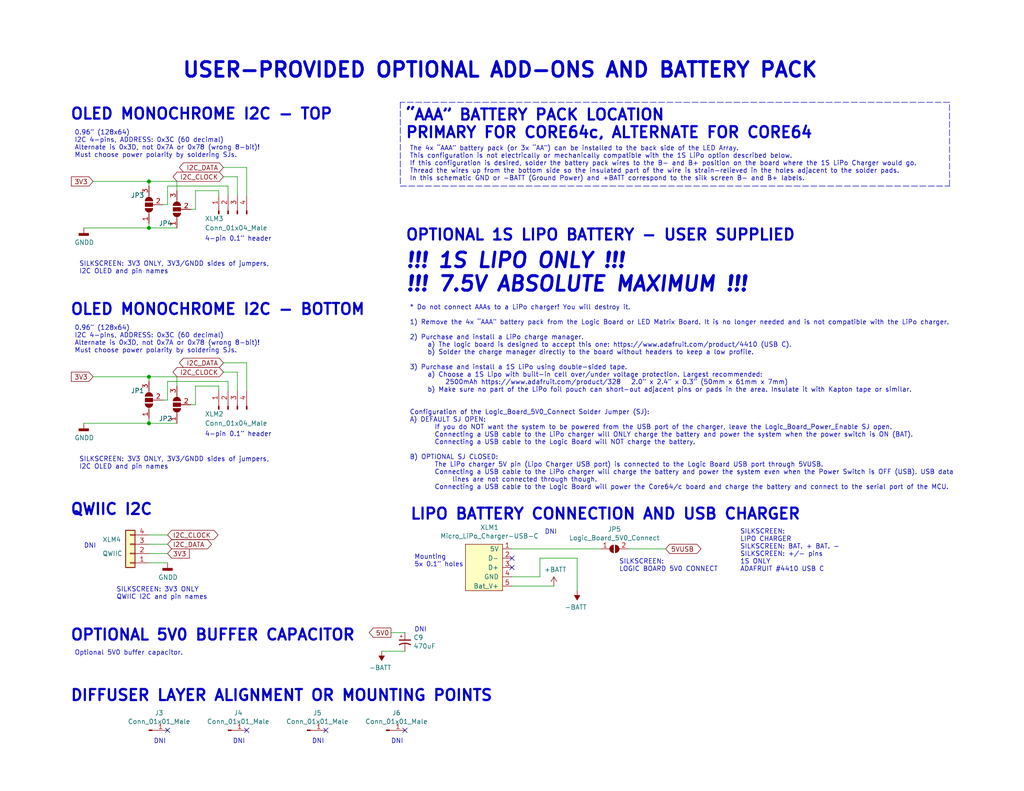
<source format=kicad_sch>
(kicad_sch (version 20211123) (generator eeschema)
  (paper "A")
  (title_block (title "Core64 LED ARRAY (LA)") (date "2023-03-29") (rev "1.3") (company "Concept and design by Andy Geppert | www.MachineIdeas.com") (comment 1 "Visit www.Core64.io for information on assembly and optional features.") (comment 4 "All capacitors ceramic X7R unless otherwise noted."))
  (lib_symbols
    (symbol "CORE_64_LIBRARY:Micro_LiPo_Charger-USB-C" (pin_names (offset 1.016))
      (property "Reference" "U" (at -3.81 5.08 0))
      (property "Value" "Micro_LiPo_Charger-USB-C" (at 2.54 -11.43 0))
      (symbol "Micro_LiPo_Charger-USB-C_0_1"
        (rectangle (start -5.08 3.81) (end 5.08 -8.89) (fill (type background)))
      )
      (symbol "Micro_LiPo_Charger-USB-C_1_1"
        (pin input line (at 7.62 2.54 180) (length 2.54) (name "5V") (number "1"))
        (pin bidirectional line (at 7.62 0 180) (length 2.54) (name "D-") (number "2"))
        (pin bidirectional line (at 7.62 -2.54 180) (length 2.54) (name "D+") (number "3"))
        (pin output line (at 7.62 -5.08 180) (length 2.54) (name "GND") (number "4"))
        (pin output line (at 7.62 -7.62 180) (length 2.54) (name "Bat_V+") (number "5"))
      )
    )
    (symbol "Connector:Conn_01x01_Male" (pin_names (offset 1.016) hide)
      (property "Reference" "J" (at 0 2.54 0))
      (property "Value" "Conn_01x01_Male" (at 0 -2.54 0))
      (symbol "Conn_01x01_Male_1_1"
        (polyline (pts (xy 1.27 0) (xy 0.8636 0)) (stroke (width 0.1524)))
        (rectangle (start 0.8636 0.127) (end 0 -0.127) (stroke (width 0.1524)) (fill (type outline)))
        (pin passive line (at 5.08 0 180) (length 3.81) (name "Pin_1") (number "1"))
      )
    )
    (symbol "Connector:Conn_01x04_Male" (pin_names (offset 1.016) hide)
      (property "Reference" "J" (at 0 5.08 0))
      (property "Value" "Conn_01x04_Male" (at 0 -7.62 0))
      (symbol "Conn_01x04_Male_1_1"
        (polyline (pts (xy 1.27 -5.08) (xy 0.8636 -5.08)) (stroke (width 0.1524)))
        (polyline (pts (xy 1.27 -2.54) (xy 0.8636 -2.54)) (stroke (width 0.1524)))
        (polyline (pts (xy 1.27 0) (xy 0.8636 0)) (stroke (width 0.1524)))
        (polyline (pts (xy 1.27 2.54) (xy 0.8636 2.54)) (stroke (width 0.1524)))
        (rectangle (start 0.8636 -4.953) (end 0 -5.207) (stroke (width 0.1524)) (fill (type outline)))
        (rectangle (start 0.8636 -2.413) (end 0 -2.667) (stroke (width 0.1524)) (fill (type outline)))
        (rectangle (start 0.8636 0.127) (end 0 -0.127) (stroke (width 0.1524)) (fill (type outline)))
        (rectangle (start 0.8636 2.667) (end 0 2.413) (stroke (width 0.1524)) (fill (type outline)))
        (pin passive line (at 5.08 2.54 180) (length 3.81) (name "Pin_1") (number "1"))
        (pin passive line (at 5.08 0 180) (length 3.81) (name "Pin_2") (number "2"))
        (pin passive line (at 5.08 -2.54 180) (length 3.81) (name "Pin_3") (number "3"))
        (pin passive line (at 5.08 -5.08 180) (length 3.81) (name "Pin_4") (number "4"))
      )
    )
    (symbol "Connector_Generic:Conn_01x04" (pin_names (offset 1.016) hide)
      (property "Reference" "J" (at 0 5.08 0))
      (property "Value" "Conn_01x04" (at 0 -7.62 0))
      (symbol "Conn_01x04_1_1"
        (rectangle (start -1.27 -4.953) (end 0 -5.207) (stroke (width 0.1524)))
        (rectangle (start -1.27 -2.413) (end 0 -2.667) (stroke (width 0.1524)))
        (rectangle (start -1.27 0.127) (end 0 -0.127) (stroke (width 0.1524)))
        (rectangle (start -1.27 2.667) (end 0 2.413) (stroke (width 0.1524)))
        (rectangle (start -1.27 3.81) (end 1.27 -6.35) (stroke (width 0.254)) (fill (type background)))
        (pin passive line (at -5.08 2.54 0) (length 3.81) (name "Pin_1") (number "1"))
        (pin passive line (at -5.08 0 0) (length 3.81) (name "Pin_2") (number "2"))
        (pin passive line (at -5.08 -2.54 0) (length 3.81) (name "Pin_3") (number "3"))
        (pin passive line (at -5.08 -5.08 0) (length 3.81) (name "Pin_4") (number "4"))
      )
    )
    (symbol "Core64-LA-rescue:CP1_Small-Device" (pin_numbers hide) (pin_names (offset 0.254) hide)
      (property "Reference" "C" (at 0.254 1.778 0))
      (property "Value" "CP1_Small-Device" (at 0.254 -2.032 0))
      (symbol "CP1_Small-Device_0_1"
        (polyline (pts (xy -1.524 0.508) (xy 1.524 0.508)) (stroke (width 0.3048)))
        (polyline (pts (xy -1.27 1.524) (xy -0.762 1.524)))
        (polyline (pts (xy -1.016 1.27) (xy -1.016 1.778)))
        (arc (start 1.524 -0.762) (mid 0 -0.3734) (end -1.524 -0.762) (stroke (width 0.3048)))
      )
      (symbol "CP1_Small-Device_1_1"
        (pin passive line (at 0 2.54 270) (length 2.032) (name "~") (number "1"))
        (pin passive line (at 0 -2.54 90) (length 2.032) (name "~") (number "2"))
      )
    )
    (symbol "Core64-LA-rescue:SolderJumper_3_Open-Jumper" (pin_names (offset 0) hide)
      (property "Reference" "JP" (at -2.54 -2.54 0))
      (property "Value" "SolderJumper_3_Open-Jumper" (at 0 2.794 0))
      (symbol "SolderJumper_3_Open-Jumper_0_1"
        (arc (start -1.016 1.016) (mid -2.032 0) (end -1.016 -1.016))
        (arc (start -1.016 1.016) (mid -2.032 0) (end -1.016 -1.016) (fill (type outline)))
        (rectangle (start -0.508 1.016) (end 0.508 -1.016) (fill (type outline)))
        (polyline (pts (xy -2.54 0) (xy -2.032 0)))
        (polyline (pts (xy -1.016 1.016) (xy -1.016 -1.016)))
        (polyline (pts (xy 0 -1.27) (xy 0 -1.016)))
        (polyline (pts (xy 1.016 1.016) (xy 1.016 -1.016)))
        (polyline (pts (xy 2.54 0) (xy 2.032 0)))
        (arc (start 1.016 -1.016) (mid 2.032 0) (end 1.016 1.016))
        (arc (start 1.016 -1.016) (mid 2.032 0) (end 1.016 1.016) (fill (type outline)))
      )
      (symbol "SolderJumper_3_Open-Jumper_1_1"
        (pin passive line (at -5.08 0 0) (length 2.54) (name "A") (number "1"))
        (pin input line (at 0 -3.81 90) (length 2.54) (name "C") (number "2"))
        (pin passive line (at 5.08 0 180) (length 2.54) (name "B") (number "3"))
      )
    )
    (symbol "Jumper:SolderJumper_2_Open" (pin_names (offset 0) hide)
      (property "Reference" "JP" (at 0 2.032 0))
      (property "Value" "SolderJumper_2_Open" (at 0 -2.54 0))
      (symbol "SolderJumper_2_Open_0_1"
        (arc (start -0.254 1.016) (mid -1.27 0) (end -0.254 -1.016))
        (arc (start -0.254 1.016) (mid -1.27 0) (end -0.254 -1.016) (fill (type outline)))
        (polyline (pts (xy -0.254 1.016) (xy -0.254 -1.016)))
        (polyline (pts (xy 0.254 1.016) (xy 0.254 -1.016)))
        (arc (start 0.254 -1.016) (mid 1.27 0) (end 0.254 1.016))
        (arc (start 0.254 -1.016) (mid 1.27 0) (end 0.254 1.016) (fill (type outline)))
      )
      (symbol "SolderJumper_2_Open_1_1"
        (pin passive line (at -3.81 0 0) (length 2.54) (name "A") (number "1"))
        (pin passive line (at 3.81 0 180) (length 2.54) (name "B") (number "2"))
      )
    )
    (symbol "power:+BATT" (power) (pin_names (offset 0))
      (property "Value" "+BATT" (at 0 3.556 0))
      (symbol "+BATT_0_1"
        (polyline (pts (xy -0.762 1.27) (xy 0 2.54)))
        (polyline (pts (xy 0 0) (xy 0 2.54)))
        (polyline (pts (xy 0 2.54) (xy 0.762 1.27)))
      )
      (symbol "+BATT_1_1"
        (pin power_in line (at 0 0 90) (length 0) hide (name "+BATT") (number "1"))
      )
    )
    (symbol "power:-BATT" (power) (pin_names (offset 0))
      (property "Value" "-BATT" (at 0 3.556 0))
      (symbol "-BATT_0_1"
        (polyline (pts (xy 0 0) (xy 0 2.54)))
        (polyline (pts (xy 0.762 1.27) (xy -0.762 1.27) (xy 0 2.54) (xy 0.762 1.27)) (fill (type outline)))
      )
      (symbol "-BATT_1_1"
        (pin power_in line (at 0 0 90) (length 0) hide (name "-BATT") (number "1"))
      )
    )
    (symbol "power:GNDD" (power) (pin_names (offset 0))
      (property "Value" "GNDD" (at 0 -3.175 0))
      (symbol "GNDD_0_1"
        (rectangle (start -1.27 -1.524) (end 1.27 -2.032) (stroke (width 0.254)) (fill (type outline)))
        (polyline (pts (xy 0 0) (xy 0 -1.524)))
      )
      (symbol "GNDD_1_1"
        (pin power_in line (at 0 0 270) (length 0) hide (name "GNDD") (number "1"))
      )
    )
  )
  (junction (at 40.64 49.53))
  (junction (at 40.64 115.57))
  (junction (at 40.64 102.87))
  (junction (at 40.64 62.23))
  (no_connect (at 139.7 154.94))
  (no_connect (at 45.72 199.39))
  (no_connect (at 88.9 199.39))
  (no_connect (at 139.7 152.4))
  (no_connect (at 67.31 199.39))
  (no_connect (at 110.49 199.39))
  (wire (pts (xy 60.96 45.72) (xy 67.31 45.72)))
  (wire (pts (xy 22.86 115.57) (xy 40.64 115.57)))
  (wire (pts (xy 53.34 105.41) (xy 59.69 105.41)))
  (wire (pts (xy 67.31 53.34) (xy 67.31 45.72)))
  (polyline (pts (xy 109.22 27.94) (xy 109.22 50.8)))
  (wire (pts (xy 139.7 157.48) (xy 147.32 157.48)))
  (wire (pts (xy 64.77 48.26) (xy 64.77 53.34)))
  (wire (pts (xy 147.32 157.48) (xy 147.32 152.4)))
  (wire (pts (xy 40.64 104.14) (xy 40.64 102.87)))
  (wire (pts (xy 64.77 48.26) (xy 60.96 48.26)))
  (wire (pts (xy 106.68 172.72) (xy 110.49 172.72)))
  (wire (pts (xy 25.4 49.53) (xy 40.64 49.53)))
  (wire (pts (xy 40.64 49.53) (xy 48.26 49.53)))
  (wire (pts (xy 45.72 50.8) (xy 62.23 50.8)))
  (wire (pts (xy 40.64 50.8) (xy 40.64 49.53)))
  (wire (pts (xy 64.77 101.6) (xy 60.96 101.6)))
  (wire (pts (xy 40.64 62.23) (xy 40.64 60.96)))
  (wire (pts (xy 62.23 50.8) (xy 62.23 53.34)))
  (wire (pts (xy 40.64 115.57) (xy 40.64 114.3)))
  (wire (pts (xy 45.72 55.88) (xy 44.45 55.88)))
  (wire (pts (xy 48.26 102.87) (xy 48.26 105.41)))
  (polyline (pts (xy 259.08 50.8) (xy 259.08 27.94)))
  (wire (pts (xy 52.07 57.15) (xy 53.34 57.15)))
  (wire (pts (xy 171.45 149.86) (xy 181.61 149.86)))
  (wire (pts (xy 59.69 52.07) (xy 59.69 53.34)))
  (wire (pts (xy 53.34 57.15) (xy 53.34 52.07)))
  (wire (pts (xy 40.64 62.23) (xy 48.26 62.23)))
  (wire (pts (xy 25.4 102.87) (xy 40.64 102.87)))
  (wire (pts (xy 139.7 160.02) (xy 151.13 160.02)))
  (wire (pts (xy 67.31 106.68) (xy 67.31 99.06)))
  (wire (pts (xy 59.69 105.41) (xy 59.69 106.68)))
  (wire (pts (xy 45.72 109.22) (xy 45.72 104.14)))
  (wire (pts (xy 139.7 149.86) (xy 163.83 149.86)))
  (wire (pts (xy 53.34 110.49) (xy 53.34 105.41)))
  (wire (pts (xy 40.64 102.87) (xy 48.26 102.87)))
  (wire (pts (xy 48.26 49.53) (xy 48.26 52.07)))
  (polyline (pts (xy 109.22 50.8) (xy 259.08 50.8)))
  (wire (pts (xy 40.64 151.13) (xy 45.72 151.13)))
  (wire (pts (xy 62.23 104.14) (xy 62.23 106.68)))
  (polyline (pts (xy 259.08 27.94) (xy 109.22 27.94)))
  (wire (pts (xy 44.45 109.22) (xy 45.72 109.22)))
  (wire (pts (xy 60.96 99.06) (xy 67.31 99.06)))
  (wire (pts (xy 52.07 110.49) (xy 53.34 110.49)))
  (wire (pts (xy 53.34 52.07) (xy 59.69 52.07)))
  (wire (pts (xy 40.64 115.57) (xy 48.26 115.57)))
  (wire (pts (xy 40.64 153.67) (xy 45.72 153.67)))
  (wire (pts (xy 104.14 177.8) (xy 110.49 177.8)))
  (wire (pts (xy 64.77 101.6) (xy 64.77 106.68)))
  (wire (pts (xy 22.86 62.23) (xy 40.64 62.23)))
  (wire (pts (xy 147.32 152.4) (xy 157.48 152.4)))
  (wire (pts (xy 40.64 148.59) (xy 45.72 148.59)))
  (wire (pts (xy 40.64 146.05) (xy 45.72 146.05)))
  (wire (pts (xy 45.72 104.14) (xy 62.23 104.14)))
  (wire (pts (xy 157.48 152.4) (xy 157.48 161.29)))
  (wire (pts (xy 45.72 50.8) (xy 45.72 55.88)))
  (text "SILKSCREEN: 3V3 ONLY, 3V3/GNDD sides of jumpers,\nI2C OLED and pin names" (at 21.59 128.27 0) (effects (font (size 1.27 1.27)) (justify left bottom)))
  (text "0.96” (128x64)\nI2C 4-pins, ADDRESS: 0x3C (60 decimal)\nAlternate is 0x3D, not 0x7A or 0x78 (wrong 8-bit)!\nMust choose power polarity by soldering SJs." (at 20.32 43.18 0) (effects (font (size 1.27 1.27)) (justify left bottom)))
  (text "DNI" (at 85.09 203.2 0) (effects (font (size 1.27 1.27)) (justify left bottom)))
  (text "Mounting\n5x 0.1” holes" (at 113.03 154.94 0) (effects (font (size 1.27 1.27)) (justify left bottom)))
  (text "DNI" (at 106.68 203.2 0) (effects (font (size 1.27 1.27)) (justify left bottom)))
  (text "4-pin 0.1” header" (at 55.88 66.04 0) (effects (font (size 1.27 1.27)) (justify left bottom)))
  (text "* Do not connect AAAs to a LiPo charger! You will destroy it.\n\n1) Remove the 4x “AAA” battery pack from the Logic Board or LED Matrix Board. It is no longer needed and is not compatible with the LiPo charger.\n\n2) Purchase and install a LiPo charge manager.\n     a) The logic board is designed to accept this one: https://www.adafruit.com/product/4410 (USB C).\n     b) Solder the charge manager directly to the board without headers to keep a low profile.\n\n3) Purchase and install a 1S LiPo using double-sided tape. \n     a) Choose a 1S Lipo with built-in cell over/under voltage protection. Largest recommended:\n          2500mAh https://www.adafruit.com/product/328   2.0” x 2.4” x 0.3” (50mm x 61mm x 7mm)\n     b) Make sure no part of the LiPo foil pouch can short-out adjacent pins or pads in the area. Insulate it with Kapton tape or similar.\n\n\nConfiguration of the Logic_Board_5V0_Connect Solder Jumper (SJ):\nA) DEFAULT SJ OPEN:\n       If you do NOT want the system to be powered from the USB port of the charger, leave the Logic_Board_Power_Enable SJ open.\n       Connecting a USB cable to the LiPo charger will ONLY charge the battery and power the system when the power switch is ON (BAT).\n       Connecting a USB cable to the Logic Board will NOT charge the battery.\n\nB) OPTIONAL SJ CLOSED:\n       The LiPo charger 5V pin (Lipo Charger USB port) is connected to the Logic Board USB port through 5VUSB.\n       Connecting a USB cable to the LiPo charger will charge the battery and power the system even when the Power Switch is OFF (USB). USB data\n            lines are not connected through though.\n       Connecting a USB cable to the Logic Board will power the Core64/c board and charge the battery and connect to the serial port of the MCU.\n   " (at 111.76 135.89 0) (effects (font (size 1.27 1.27)) (justify left bottom)))
  (text "DNI" (at 41.91 203.2 0) (effects (font (size 1.27 1.27)) (justify left bottom)))
  (text "DNI" (at 113.03 172.72 0) (effects (font (size 1.27 1.27)) (justify left bottom)))
  (text "SILKSCREEN:\nLIPO CHARGER\nSILKSCREEN: BAT. + BAT. -\nSILKSCREEN: +/- pins\n1S ONLY\nADAFRUIT #4410 USB C" (at 201.93 156.21 0) (effects (font (size 1.27 1.27)) (justify left bottom)))
  (text "DNI" (at 148.59 146.05 0) (effects (font (size 1.27 1.27)) (justify left bottom)))
  (text "DNI" (at 22.86 149.86 0) (effects (font (size 1.27 1.27)) (justify left bottom)))
  (text "SILKSCREEN: 3V3 ONLY, 3V3/GNDD sides of jumpers,\nI2C OLED and pin names" (at 21.59 74.93 0) (effects (font (size 1.27 1.27)) (justify left bottom)))
  (text "DNI" (at 63.5 203.2 0) (effects (font (size 1.27 1.27)) (justify left bottom)))
  (text "4-pin 0.1” header" (at 55.88 119.38 0) (effects (font (size 1.27 1.27)) (justify left bottom)))
  (text "SILKSCREEN: 3V3 ONLY\nQWIIC I2C and pin names" (at 31.75 163.83 0) (effects (font (size 1.27 1.27)) (justify left bottom)))
  (text "The 4x “AAA” battery pack (or 3x “AA”) can be installed to the back side of the LED Array.\nThis configuration is not electrically or mechanically compatible with the 1S LiPo option described below.\nIf this configuration is desired, solder the battery pack wires to the B- and B+ position on the board where the 1S LiPo Charger would go. \nThread the wires up from the bottom side so the insulated part of the wire is strain-relieved in the holes adjacent to the solder pads.\nIn this schematic GND or -BATT (Ground Power) and +BATT correspond to the silk screen B- and B+ labels." (at 111.76 49.53 0) (effects (font (size 1.27 1.27)) (justify left bottom)))
  (text "SILKSCREEN:\nLOGIC BOARD 5V0 CONNECT" (at 168.91 156.21 0) (effects (font (size 1.27 1.27)) (justify left bottom)))
  (text "USER-PROVIDED OPTIONAL ADD-ONS AND BATTERY PACK" (at 49.53 21.59 0) (effects (font (size 3.9878 3.9878) (thickness 0.7976) bold) (justify left bottom)))
  (text "“AAA” BATTERY PACK LOCATION\nPRIMARY FOR CORE64c, ALTERNATE FOR CORE64" (at 110.49 38.1 0) (effects (font (size 2.9972 2.9972) (thickness 0.5994) bold) (justify left bottom)))
  (text "LIPO BATTERY CONNECTION AND USB CHARGER" (at 111.76 142.24 0) (effects (font (size 2.9972 2.9972) (thickness 0.5994) bold) (justify left bottom)))
  (text "OPTIONAL 5V0 BUFFER CAPACITOR" (at 19.05 175.26 0) (effects (font (size 2.9972 2.9972) (thickness 0.5994) bold) (justify left bottom)))
  (text "Optional 5V0 buffer capacitor." (at 20.32 179.07 0) (effects (font (size 1.27 1.27)) (justify left bottom)))
  (text "DIFFUSER LAYER ALIGNMENT OR MOUNTING POINTS" (at 19.05 191.77 0) (effects (font (size 2.9972 2.9972) (thickness 0.5994) bold) (justify left bottom)))
  (text "!!! 1S LIPO ONLY !!!\n!!! 7.5V ABSOLUTE MAXIMUM !!!" (at 110.49 80.01 0) (effects (font (size 3.9878 3.9878) (thickness 0.7976) bold italic) (justify left bottom)))
  (text "OLED MONOCHROME I2C - BOTTOM" (at 19.05 86.36 0) (effects (font (size 2.9972 2.9972) (thickness 0.5994) bold) (justify left bottom)))
  (text "OPTIONAL 1S LIPO BATTERY - USER SUPPLIED" (at 110.49 66.04 0) (effects (font (size 2.9972 2.9972) (thickness 0.5994) bold) (justify left bottom)))
  (text "OLED MONOCHROME I2C - TOP" (at 19.05 33.02 0) (effects (font (size 2.9972 2.9972) (thickness 0.5994) bold) (justify left bottom)))
  (text "0.96” (128x64)\nI2C 4-pins, ADDRESS: 0x3C (60 decimal)\nAlternate is 0x3D, not 0x7A or 0x78 (wrong 8-bit)!\nMust choose power polarity by soldering SJs." (at 20.32 96.52 0) (effects (font (size 1.27 1.27)) (justify left bottom)))
  (text "QWIIC I2C" (at 19.05 140.97 0) (effects (font (size 2.9972 2.9972) (thickness 0.5994) bold) (justify left bottom)))
  (global_label "I2C_CLOCK" (shape bidirectional) (at 60.96 101.6 180) (property "Intersheet References" "${INTERSHEET_REFS}" (effects hide)))
  (global_label "5VUSB" (shape bidirectional) (at 181.61 149.86 0) (property "Intersheet References" "${INTERSHEET_REFS}" (effects hide)))
  (global_label "I2C_CLOCK" (shape bidirectional) (at 45.72 146.05 0) (property "Intersheet References" "${INTERSHEET_REFS}" (effects hide)))
  (global_label "5V0" (shape output) (at 106.68 172.72 180) (property "Intersheet References" "${INTERSHEET_REFS}" (effects hide)))
  (global_label "3V3" (shape input) (at 25.4 102.87 180) (property "Intersheet References" "${INTERSHEET_REFS}" (effects hide)))
  (global_label "3V3" (shape input) (at 45.72 151.13 0) (property "Intersheet References" "${INTERSHEET_REFS}" (effects hide)))
  (global_label "I2C_CLOCK" (shape bidirectional) (at 60.96 48.26 180) (property "Intersheet References" "${INTERSHEET_REFS}" (effects hide)))
  (global_label "3V3" (shape input) (at 25.4 49.53 180) (property "Intersheet References" "${INTERSHEET_REFS}" (effects hide)))
  (global_label "I2C_DATA" (shape bidirectional) (at 45.72 148.59 0) (property "Intersheet References" "${INTERSHEET_REFS}" (effects hide)))
  (global_label "I2C_DATA" (shape bidirectional) (at 60.96 99.06 180) (property "Intersheet References" "${INTERSHEET_REFS}" (effects hide)))
  (global_label "I2C_DATA" (shape bidirectional) (at 60.96 45.72 180) (property "Intersheet References" "${INTERSHEET_REFS}" (effects hide)))
  (symbol (lib_id "Core64-LA-rescue:SolderJumper_3_Open-Jumper") (at 48.26 110.49 90) (unit 1)
    (property "Reference" "JP2" (at 46.99 114.3 90) (effects (justify left)))
    (property "Value" "SolderJumper_3_Open" (effects hide))
    (property "Footprint" "Jumper:SolderJumper-3_P1.3mm_Open_Pad1.0x1.5mm_NumberLabels" (effects hide))
    (property "INSERT?" "NO" (effects hide))
  )
  (symbol (lib_id "Core64-LA-rescue:SolderJumper_3_Open-Jumper") (at 40.64 109.22 90) (unit 1)
    (property "Reference" "JP1" (at 39.37 106.68 90) (effects (justify left)))
    (property "Value" "SolderJumper_3_Open" (effects hide))
    (property "Footprint" "Jumper:SolderJumper-3_P1.3mm_Open_Pad1.0x1.5mm_NumberLabels" (effects hide))
    (property "INSERT?" "NO" (effects hide))
  )
  (symbol (lib_id "Connector_Generic:Conn_01x04") (at 35.56 151.13 180) (unit 1)
    (property "Reference" "XLM4" (at 27.94 147.32 0) (effects (justify right)))
    (property "Value" "QWIIC" (at 27.94 151.13 0) (effects (justify right)))
    (property "Footprint" "Connector_JST:JST_SH_SM04B-SRSS-TB_1x04-1MP_P1.00mm_Horizontal" (effects hide))
    (property "INSERT?" "NO" (effects hide))
  )
  (symbol (lib_id "Jumper:SolderJumper_2_Open") (at 167.64 149.86 0) (unit 1)
    (property "Reference" "JP5" (at 167.64 144.5006 0))
    (property "Value" "Logic_Board_5V0_Connect" (at 167.64 146.8628 0))
    (property "Footprint" "Jumper:SolderJumper-2_P1.3mm_Open_Pad1.0x1.5mm" (effects hide))
    (property "INSERT?" "NO" (effects hide))
  )
  (symbol (lib_id "Connector:Conn_01x04_Male") (at 62.23 111.76 90) (unit 1)
    (property "Reference" "XLM2" (at 55.88 113.03 90) (effects (justify right)))
    (property "Value" "Conn_01x04_Male" (at 55.88 115.57 90) (effects (justify right)))
    (property "Footprint" "Connector_PinHeader_2.54mm:PinHeader_1x04_P2.54mm_Vertical" (effects hide))
    (property "INSERT?" "NO" (effects hide))
  )
  (symbol (lib_id "Core64-LA-rescue:SolderJumper_3_Open-Jumper") (at 48.26 57.15 90) (unit 1)
    (property "Reference" "JP4" (at 46.99 60.96 90) (effects (justify left)))
    (property "Value" "SolderJumper_3_Open" (effects hide))
    (property "Footprint" "Jumper:SolderJumper-3_P1.3mm_Open_Pad1.0x1.5mm_NumberLabels" (effects hide))
    (property "INSERT?" "NO" (effects hide))
  )
  (symbol (lib_id "Core64-LA-rescue:SolderJumper_3_Open-Jumper") (at 40.64 55.88 90) (unit 1)
    (property "Reference" "JP3" (at 39.37 53.34 90) (effects (justify left)))
    (property "Value" "SolderJumper_3_Open" (effects hide))
    (property "Footprint" "Jumper:SolderJumper-3_P1.3mm_Open_Pad1.0x1.5mm_NumberLabels" (effects hide))
    (property "INSERT?" "NO" (effects hide))
  )
  (symbol (lib_id "Connector:Conn_01x04_Male") (at 62.23 58.42 90) (unit 1)
    (property "Reference" "XLM3" (at 55.88 59.69 90) (effects (justify right)))
    (property "Value" "Conn_01x04_Male" (at 55.88 62.23 90) (effects (justify right)))
    (property "Footprint" "Connector_PinHeader_2.54mm:PinHeader_1x04_P2.54mm_Vertical" (effects hide))
    (property "INSERT?" "NO" (effects hide))
  )
  (symbol (lib_id "power:GNDD") (at 22.86 62.23 0) (unit 1)
    (property "Reference" "#PWR0110" (effects hide))
    (property "Value" "GNDD" (at 22.987 66.1924 0))
  )
  (symbol (lib_id "Connector:Conn_01x01_Male") (at 40.64 199.39 0) (unit 1)
    (property "Reference" "J3" (at 43.4086 194.6402 0))
    (property "Value" "Conn_01x01_Male" (at 43.4086 197.0024 0))
    (property "Footprint" "Connector_PinHeader_2.54mm:PinHeader_1x01_P2.54mm_Vertical_No_Registration" (effects hide))
    (property "INSERT?" "NO" (effects hide))
  )
  (symbol (lib_id "Connector:Conn_01x01_Male") (at 62.23 199.39 0) (unit 1)
    (property "Reference" "J4" (at 64.9986 194.6402 0))
    (property "Value" "Conn_01x01_Male" (at 64.9986 197.0024 0))
    (property "Footprint" "Connector_PinHeader_2.54mm:PinHeader_1x01_P2.54mm_Vertical_No_Registration" (effects hide))
    (property "INSERT?" "NO" (effects hide))
  )
  (symbol (lib_id "Connector:Conn_01x01_Male") (at 83.82 199.39 0) (unit 1)
    (property "Reference" "J5" (at 86.5886 194.6402 0))
    (property "Value" "Conn_01x01_Male" (at 86.5886 197.0024 0))
    (property "Footprint" "Connector_PinHeader_2.54mm:PinHeader_1x01_P2.54mm_Vertical_No_Registration" (effects hide))
    (property "INSERT?" "NO" (effects hide))
  )
  (symbol (lib_id "Connector:Conn_01x01_Male") (at 105.41 199.39 0) (unit 1)
    (property "Reference" "J6" (at 108.1786 194.6402 0))
    (property "Value" "Conn_01x01_Male" (at 108.1786 197.0024 0))
    (property "Footprint" "Connector_PinHeader_2.54mm:PinHeader_1x01_P2.54mm_Vertical_No_Registration" (effects hide))
    (property "INSERT?" "NO" (effects hide))
  )
  (symbol (lib_id "CORE_64_LIBRARY:Micro_LiPo_Charger-USB-C") (at 132.08 152.4 0) (unit 1)
    (property "Reference" "XLM1" (at 133.5532 143.9926 0))
    (property "Value" "Micro_LiPo_Charger-USB-C" (at 133.5532 146.3548 0))
    (property "Footprint" "Core_Memory_8x8_Array:Micro_LiPo_Charger_USB-C_CornerSMD" (effects hide))
    (property "INSERT?" "NO" (effects hide))
  )
  (symbol (lib_id "Core64-LA-rescue:CP1_Small-Device") (at 110.49 175.26 0) (unit 1)
    (property "Reference" "C9" (at 112.8014 174.0662 0) (effects (justify left)))
    (property "Value" "470uF" (at 112.8014 176.4284 0) (effects (justify left)))
    (property "Footprint" "Capacitor_SMD:CP_Elec_6.3x7.7" (effects hide))
    (property "INSERT?" "NO" (effects hide))
  )
  (symbol (lib_id "power:GNDD") (at 22.86 115.57 0) (unit 1)
    (property "Reference" "#PWR04" (effects hide))
    (property "Value" "GNDD" (at 22.987 119.5324 0))
  )
  (symbol (lib_id "power:GNDD") (at 45.72 153.67 0) (unit 1)
    (property "Reference" "#PWR03" (effects hide))
    (property "Value" "GNDD" (at 45.847 157.6324 0))
  )
  (symbol (lib_id "power:-BATT") (at 157.48 161.29 180) (unit 1)
    (property "Reference" "#PWR0112" (effects hide))
    (property "Value" "-BATT" (at 157.099 165.7858 0))
  )
  (symbol (lib_id "power:-BATT") (at 104.14 177.8 180) (unit 1)
    (property "Reference" "#PWR0113" (effects hide))
    (property "Value" "-BATT" (at 103.759 182.2958 0))
  )
  (symbol (lib_id "power:+BATT") (at 151.13 160.02 0) (unit 1)
    (property "Reference" "#PWR0114" (effects hide))
    (property "Value" "+BATT" (at 151.511 155.5242 0))
  )
)
</source>
